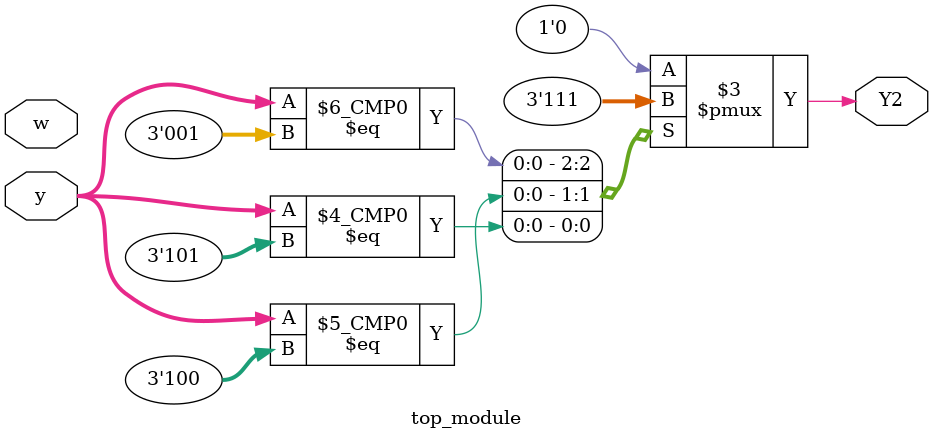
<source format=sv>
module top_module(
    input [3:1] y,
    input w,
    output reg Y2);

    always @(*) begin
        case (y)
            3'b000: Y2 = 0;
            3'b001: Y2 = 1;
            3'b010: Y2 = 0;
            3'b011: Y2 = 0;
            3'b100: Y2 = 1;
            3'b101: Y2 = 1;
            default: Y2 = 0;
        endcase
    end

endmodule

</source>
